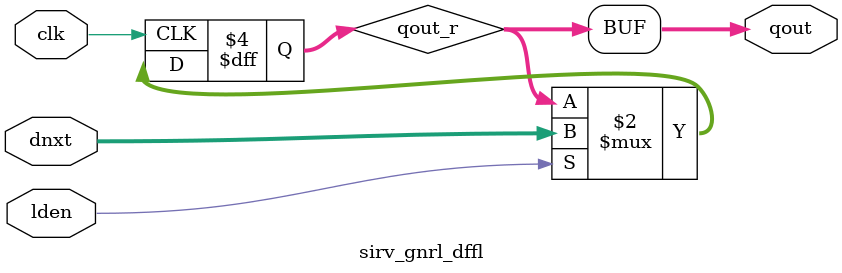
<source format=v>
`timescale 1ns / 1ps


module sirv_gnrl_dfflr # (
    parameter DW = 32   //ģ�����󣬶˿���ǰ��#���������ɹ��ⲿ���õĳ�������
) (lden,dnxt,qout,clk,rst_n);
input lden;
input   [DW-1:0] dnxt;
output  [DW-1:0] qout;
    
input clk,rst_n;
    
reg [DW-1:0] qout_r;
    
always@(posedge clk or negedge rst_n)
    begin : DFFLR_PROC
        if(rst_n == 1'b0)
            qout_r <= {DW{1'b1}};
        else if (lden == 1'b1)
            qout_r <= dnxt;
    end
    
assign qout = qout_r;

`ifndef FPGA_SOURCE
`ifndef DISABLE_ASSERTION
sirv_gnrl_xchecker # (.DW(1))
u_sirv_gnrl_xchecker(
    .i_dat(lden),
    .clk(clk)
);
`endif
`endif

endmodule


module sirv_gnrl_dffrs #(
    parameter DW = 32
)(
    input [DW-1:0] dnxt,
    output [DW-1:0] qout,

    input clk,
    input rst_n
);

reg [DW-1:0] qout_r;

always @(posedge clk or negedge rst_n) begin : DFFRS_PROC
    if(!rst_n)
        qout_r <= {DW{1'b1}};
    else
        qout_r <= dnxt;
end

assign qout = qout_r;


endmodule

module sirv_gnrl_dffl #(
    parameter DW = 32
) (
    
    input lden,
    input [DW-1:0] dnxt,
    output [DW-1:0] qout,
    input clk
);
    reg [DW-1:0] qout_r;

    always @(posedge clk ) begin:DFFL_PROC
        if(lden)
            qout_r <= dnxt;
    end

    assign qout = qout_r;
endmodule

/*
module sirv_gnrl_dfflr # (parameter DW = 32) (
    lden, dnxt, qout, clk, rst_n
);

input lden;
input [DW-1:0] dnxt;
output [DW-1:0] qout;

input  wire clk,rst_n;

reg [DW-1: 0] qout_r;

always @(posedge clk or negedge rst_n) 
begin : DFFLR_PROC
    if(rst_n == 1'b0)
        qout_r <= {DW{1'b0}};
    else if(lden == 1'b1)
        qout_r <= dnxt;
end

assign qout_r = qout_r;

`ifndef FPGA_SOURCE
`ifndef DISABLE_SV_ASSERTION
sirv_gnrl_xchecker # (.DW(1))
    u_sirv_gnrl_xchecker(
        .i_dat(lden),
        .clk(clk)
    );
`endif 
`endif
    
endmodule

*/

</source>
